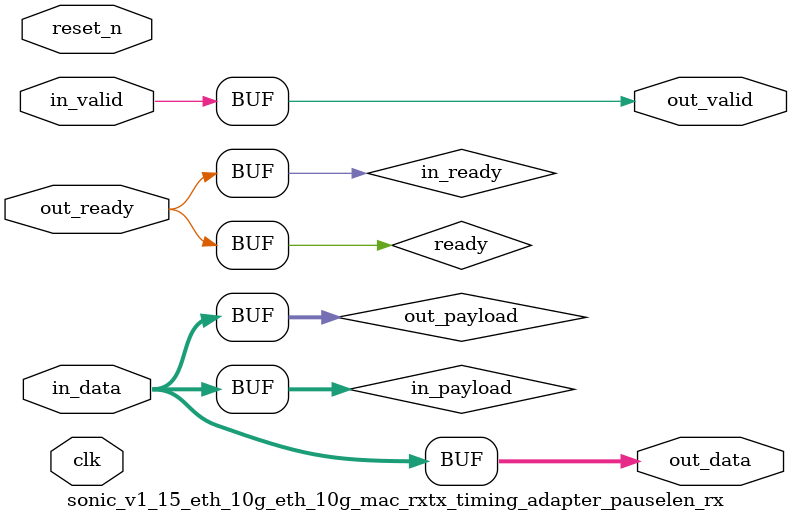
<source format=v>

`timescale 1ns / 100ps
module sonic_v1_15_eth_10g_eth_10g_mac_rxtx_timing_adapter_pauselen_rx (
    
      // Interface: clk
      input              clk,
      // Interface: reset
      input              reset_n,
      // Interface: in
      input              in_valid,
      input      [15: 0] in_data,
      // Interface: out
      output reg         out_valid,
      output reg [15: 0] out_data,
      input              out_ready
);




   // ---------------------------------------------------------------------
   //| Signal Declarations
   // ---------------------------------------------------------------------

   reg  [15: 0] in_payload;
   reg  [15: 0] out_payload;
   reg  [ 0: 0] ready;
   reg          in_ready;
   // synthesis translate_off
   always @(negedge in_ready) begin
      $display("%m: The downstream component is backpressuring by deasserting ready, but the upstream component can't be backpressured.");
   end
   // synthesis translate_on   


   // ---------------------------------------------------------------------
   //| Payload Mapping
   // ---------------------------------------------------------------------
   always @* begin
     in_payload = {in_data};
     {out_data} = out_payload;
   end

   // ---------------------------------------------------------------------
   //| Ready & valid signals.
   // ---------------------------------------------------------------------
   always @* begin
     ready[0] = out_ready;
     out_valid = in_valid;
     out_payload = in_payload;
     in_ready = ready[0];
   end




endmodule


</source>
